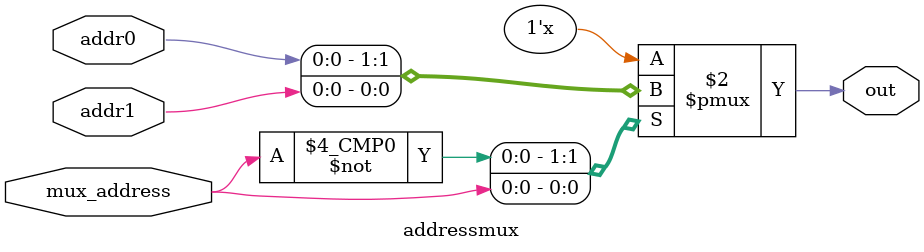
<source format=v>
module mux
	#(parameter width = 32)
	(
	output reg [width-1:0]  out,
	input                   address,
	input[width-1:0]        input0, input1 
	);

  always @(input0 or input1 or address) begin // if anything changes, check
    case(address)
      0: out <= input0;
      1: out <= input1;
    endcase // address
  end
endmodule

module mux2to1by32

(
output reg [31:0]  out,
input         address,
input[31:0]   input0, input1 
);

  always @(input0 or input1 or address) begin // if anything changes, check
    case(address)
      0: out <= input0;
      1: out <= input1;
    endcase // address
  end

endmodule

module addressmux
	(
	output reg out,
	input      mux_address,
	input[4:0] addr0, addr1
	);
	always @(addr0 or addr1 or mux_address) begin // if anything changes, check
    	case(mux_address)
      		0: out <= addr0;
      		1: out <= addr1;
    	endcase // address
  end

endmodule

</source>
